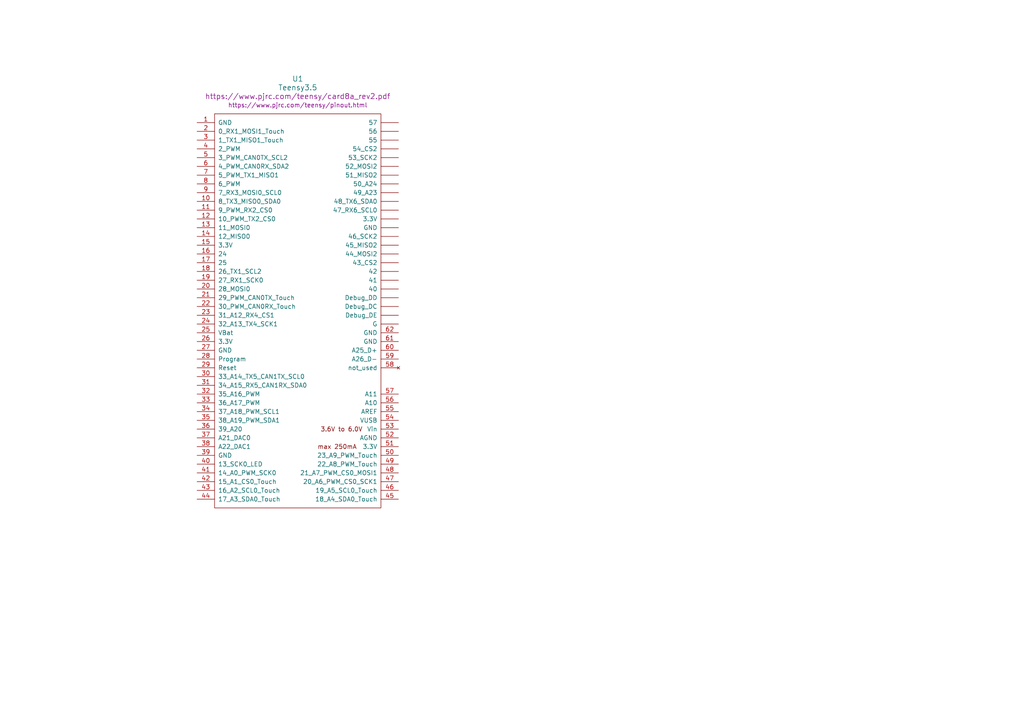
<source format=kicad_sch>
(kicad_sch (version 20230121) (generator eeschema)
  (paper "A4")
  (lib_symbols
    (symbol "EPSA_lib:Teensy3.5" (pin_names (offset 1.016))
      (property "Reference" "U" (at 0 59.69 0))
      (property "Value" "Teensy3.5" (at 0 -59.69 0))
      (property "Datasheet" "https://www.pjrc.com/teensy/card8a_rev2.pdf" (at 0 62.23 0))
      (property "Pinouts" "https://www.pjrc.com/teensy/pinout.html" (at 0 64.77 0))
      (symbol "Teensy3.5_0_0"
        (text "3.6V to 6.0V" (at 12.7 -34.29 0) (effects (font (size 1.27 1.27))))
        (text "max 250mA" (at 11.43 -39.37 0) (effects (font (size 1.27 1.27))))
      )
      (symbol "Teensy3.5_0_1"
        (rectangle (start -24.13 57.15) (end 24.13 -57.15))
      )
      (symbol "Teensy3.5_1_1"
        (pin power_in line (at -29.21 54.61 0) (length 5.08) (name "GND") (number "1"))
        (pin bidirectional line (at -29.21 31.75 0) (length 5.08) (name "8_TX3_MISO0_SDA0") (number "10"))
        (pin bidirectional line (at -29.21 29.21 0) (length 5.08) (name "9_PWM_RX2_CS0") (number "11"))
        (pin bidirectional line (at -29.21 26.67 0) (length 5.08) (name "10_PWM_TX2_CS0") (number "12"))
        (pin bidirectional line (at -29.21 24.13 0) (length 5.08) (name "11_MOSI0") (number "13"))
        (pin bidirectional line (at -29.21 21.59 0) (length 5.08) (name "12_MISO0") (number "14"))
        (pin power_out line (at -29.21 19.05 0) (length 5.08) (name "3.3V") (number "15"))
        (pin bidirectional line (at -29.21 16.51 0) (length 5.08) (name "24") (number "16"))
        (pin bidirectional line (at -29.21 13.97 0) (length 5.08) (name "25") (number "17"))
        (pin bidirectional line (at -29.21 11.43 0) (length 5.08) (name "26_TX1_SCL2") (number "18"))
        (pin bidirectional line (at -29.21 8.89 0) (length 5.08) (name "27_RX1_SCK0") (number "19"))
        (pin bidirectional line (at -29.21 52.07 0) (length 5.08) (name "0_RX1_MOSI1_Touch") (number "2"))
        (pin bidirectional line (at -29.21 6.35 0) (length 5.08) (name "28_MOSI0") (number "20"))
        (pin bidirectional line (at -29.21 3.81 0) (length 5.08) (name "29_PWM_CAN0TX_Touch") (number "21"))
        (pin bidirectional line (at -29.21 1.27 0) (length 5.08) (name "30_PWM_CAN0RX_Touch") (number "22"))
        (pin bidirectional line (at -29.21 -1.27 0) (length 5.08) (name "31_A12_RX4_CS1") (number "23"))
        (pin bidirectional line (at -29.21 -3.81 0) (length 5.08) (name "32_A13_TX4_SCK1") (number "24"))
        (pin power_in line (at -29.21 -6.35 0) (length 5.08) (name "VBat") (number "25"))
        (pin power_in line (at -29.21 -8.89 0) (length 5.08) (name "3.3V") (number "26"))
        (pin power_in line (at -29.21 -11.43 0) (length 5.08) (name "GND") (number "27"))
        (pin input line (at -29.21 -13.97 0) (length 5.08) (name "Program") (number "28"))
        (pin input line (at -29.21 -16.51 0) (length 5.08) (name "Reset") (number "29"))
        (pin bidirectional line (at -29.21 49.53 0) (length 5.08) (name "1_TX1_MISO1_Touch") (number "3"))
        (pin bidirectional line (at -29.21 -19.05 0) (length 5.08) (name "33_A14_TX5_CAN1TX_SCL0") (number "30"))
        (pin bidirectional line (at -29.21 -21.59 0) (length 5.08) (name "34_A15_RX5_CAN1RX_SDA0") (number "31"))
        (pin bidirectional line (at -29.21 -24.13 0) (length 5.08) (name "35_A16_PWM") (number "32"))
        (pin bidirectional line (at -29.21 -26.67 0) (length 5.08) (name "36_A17_PWM") (number "33"))
        (pin bidirectional line (at -29.21 -29.21 0) (length 5.08) (name "37_A18_PWM_SCL1") (number "34"))
        (pin bidirectional line (at -29.21 -31.75 0) (length 5.08) (name "38_A19_PWM_SDA1") (number "35"))
        (pin bidirectional line (at -29.21 -34.29 0) (length 5.08) (name "39_A20") (number "36"))
        (pin bidirectional line (at -29.21 -36.83 0) (length 5.08) (name "A21_DAC0") (number "37"))
        (pin bidirectional line (at -29.21 -39.37 0) (length 5.08) (name "A22_DAC1") (number "38"))
        (pin power_in line (at -29.21 -41.91 0) (length 5.08) (name "GND") (number "39"))
        (pin bidirectional line (at -29.21 46.99 0) (length 5.08) (name "2_PWM") (number "4"))
        (pin bidirectional line (at -29.21 -44.45 0) (length 5.08) (name "13_SCK0_LED") (number "40"))
        (pin bidirectional line (at -29.21 -46.99 0) (length 5.08) (name "14_A0_PWM_SCK0") (number "41"))
        (pin bidirectional line (at -29.21 -49.53 0) (length 5.08) (name "15_A1_CS0_Touch") (number "42"))
        (pin bidirectional line (at -29.21 -52.07 0) (length 5.08) (name "16_A2_SCL0_Touch") (number "43"))
        (pin bidirectional line (at -29.21 -54.61 0) (length 5.08) (name "17_A3_SDA0_Touch") (number "44"))
        (pin bidirectional line (at 29.21 -54.61 180) (length 5.08) (name "18_A4_SDA0_Touch") (number "45"))
        (pin bidirectional line (at 29.21 -52.07 180) (length 5.08) (name "19_A5_SCL0_Touch") (number "46"))
        (pin bidirectional line (at 29.21 -49.53 180) (length 5.08) (name "20_A6_PWM_CS0_SCK1") (number "47"))
        (pin bidirectional line (at 29.21 -46.99 180) (length 5.08) (name "21_A7_PWM_CS0_MOSI1") (number "48"))
        (pin bidirectional line (at 29.21 -44.45 180) (length 5.08) (name "22_A8_PWM_Touch") (number "49"))
        (pin bidirectional line (at -29.21 44.45 0) (length 5.08) (name "3_PWM_CAN0TX_SCL2") (number "5"))
        (pin bidirectional line (at 29.21 -41.91 180) (length 5.08) (name "23_A9_PWM_Touch") (number "50"))
        (pin power_out line (at 29.21 -39.37 180) (length 5.08) (name "3.3V") (number "51"))
        (pin power_out line (at 29.21 -36.83 180) (length 5.08) (name "AGND") (number "52"))
        (pin power_in line (at 29.21 -34.29 180) (length 5.08) (name "Vin") (number "53"))
        (pin power_in line (at 29.21 -31.75 180) (length 5.08) (name "VUSB") (number "54"))
        (pin input line (at 29.21 -29.21 180) (length 5.08) (name "AREF") (number "55"))
        (pin bidirectional line (at 29.21 -26.67 180) (length 5.08) (name "A10") (number "56"))
        (pin bidirectional line (at 29.21 -24.13 180) (length 5.08) (name "A11") (number "57"))
        (pin no_connect line (at 29.21 -16.51 180) (length 5.08) (name "not_used") (number "58"))
        (pin bidirectional line (at 29.21 -13.97 180) (length 5.08) (name "A26_D-") (number "59"))
        (pin bidirectional line (at -29.21 41.91 0) (length 5.08) (name "4_PWM_CAN0RX_SDA2") (number "6"))
        (pin bidirectional line (at 29.21 -11.43 180) (length 5.08) (name "A25_D+") (number "60"))
        (pin power_in line (at 29.21 -8.89 180) (length 5.08) (name "GND") (number "61"))
        (pin power_in line (at 29.21 -6.35 180) (length 5.08) (name "GND") (number "62"))
        (pin bidirectional line (at -29.21 39.37 0) (length 5.08) (name "5_PWM_TX1_MISO1") (number "7"))
        (pin bidirectional line (at -29.21 36.83 0) (length 5.08) (name "6_PWM") (number "8"))
        (pin bidirectional line (at -29.21 34.29 0) (length 5.08) (name "7_RX3_MOSI0_SCL0") (number "9"))
        (pin power_in line (at 29.21 26.67 180) (length 5.08) (name "3.3V") (number "~"))
        (pin bidirectional line (at 29.21 6.35 180) (length 5.08) (name "40") (number "~"))
        (pin bidirectional line (at 29.21 8.89 180) (length 5.08) (name "41") (number "~"))
        (pin bidirectional line (at 29.21 11.43 180) (length 5.08) (name "42") (number "~"))
        (pin bidirectional line (at 29.21 13.97 180) (length 5.08) (name "43_CS2") (number "~"))
        (pin bidirectional line (at 29.21 16.51 180) (length 5.08) (name "44_MOSI2") (number "~"))
        (pin bidirectional line (at 29.21 19.05 180) (length 5.08) (name "45_MISO2") (number "~"))
        (pin bidirectional line (at 29.21 21.59 180) (length 5.08) (name "46_SCK2") (number "~"))
        (pin bidirectional line (at 29.21 29.21 180) (length 5.08) (name "47_RX6_SCL0") (number "~"))
        (pin bidirectional line (at 29.21 31.75 180) (length 5.08) (name "48_TX6_SDA0") (number "~"))
        (pin bidirectional line (at 29.21 34.29 180) (length 5.08) (name "49_A23") (number "~"))
        (pin bidirectional line (at 29.21 36.83 180) (length 5.08) (name "50_A24") (number "~"))
        (pin bidirectional line (at 29.21 39.37 180) (length 5.08) (name "51_MISO2") (number "~"))
        (pin bidirectional line (at 29.21 41.91 180) (length 5.08) (name "52_MOSI2") (number "~"))
        (pin bidirectional line (at 29.21 44.45 180) (length 5.08) (name "53_SCK2") (number "~"))
        (pin bidirectional line (at 29.21 46.99 180) (length 5.08) (name "54_CS2") (number "~"))
        (pin bidirectional line (at 29.21 49.53 180) (length 5.08) (name "55") (number "~"))
        (pin bidirectional line (at 29.21 52.07 180) (length 5.08) (name "56") (number "~"))
        (pin bidirectional line (at 29.21 54.61 180) (length 5.08) (name "57") (number "~"))
        (pin input line (at 29.21 1.27 180) (length 5.08) (name "Debug_DC") (number "~"))
        (pin input line (at 29.21 3.81 180) (length 5.08) (name "Debug_DD") (number "~"))
        (pin input line (at 29.21 -1.27 180) (length 5.08) (name "Debug_DE") (number "~"))
        (pin power_in line (at 29.21 -3.81 180) (length 5.08) (name "G") (number "~"))
        (pin power_in line (at 29.21 24.13 180) (length 5.08) (name "GND") (number "~"))
      )
    )
  )
  (symbol (lib_id "EPSA_lib:Teensy3.5") (at 86.36 90.17 0) (unit 1)
    (property "Reference" "U1" (at 86.36 22.86 0) (effects (font (size 1.524 1.524))))
    (property "Value" "Teensy3.5" (at 86.36 25.4 0) (effects (font (size 1.524 1.524))))
    (property "Datasheet" "https://www.pjrc.com/teensy/card8a_rev2.pdf" (at 86.36 27.94 0) (effects (font (size 1.524 1.524))))
    (property "Pinouts" "https://www.pjrc.com/teensy/pinout.html" (at 86.36 30.48 0))
  )
)
</source>
